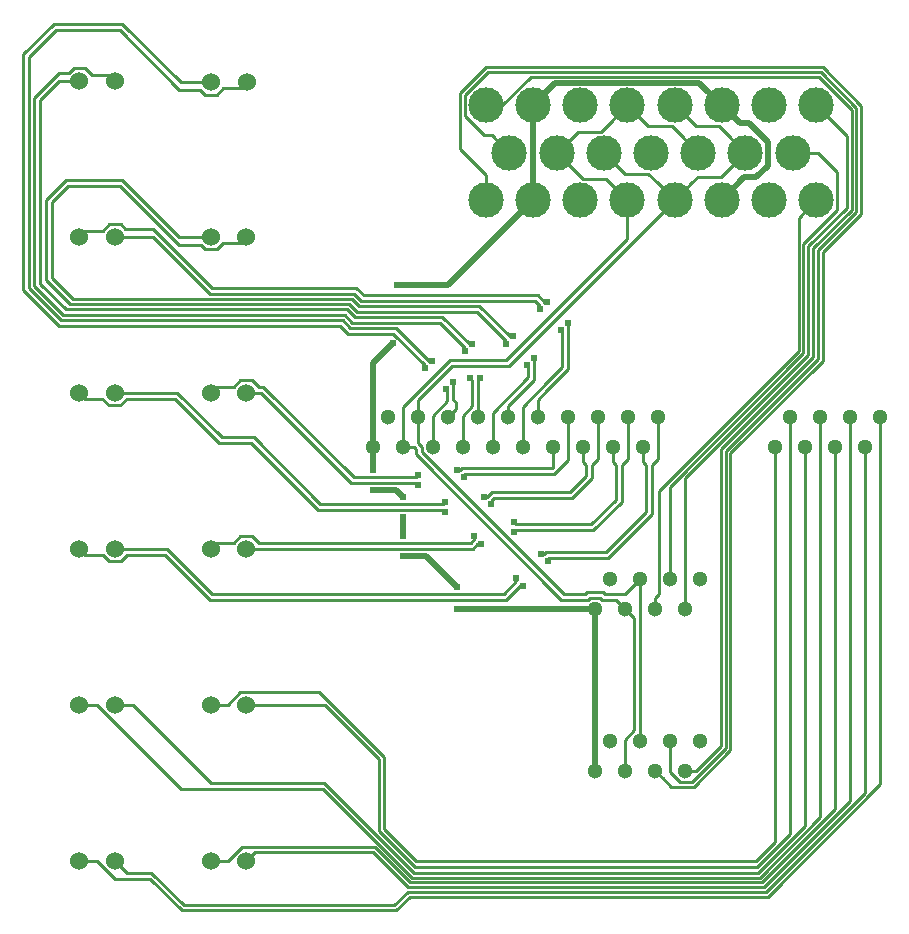
<source format=gbr>
G04 #@! TF.GenerationSoftware,KiCad,Pcbnew,5.1.4-e60b266~84~ubuntu18.04.1*
G04 #@! TF.CreationDate,2019-11-20T23:53:28-05:00*
G04 #@! TF.ProjectId,sensing_module_interface,73656e73-696e-4675-9f6d-6f64756c655f,rev?*
G04 #@! TF.SameCoordinates,Original*
G04 #@! TF.FileFunction,Copper,L1,Top*
G04 #@! TF.FilePolarity,Positive*
%FSLAX46Y46*%
G04 Gerber Fmt 4.6, Leading zero omitted, Abs format (unit mm)*
G04 Created by KiCad (PCBNEW 5.1.4-e60b266~84~ubuntu18.04.1) date 2019-11-20 23:53:28*
%MOMM*%
%LPD*%
G04 APERTURE LIST*
%ADD10C,1.300000*%
%ADD11C,3.000000*%
%ADD12C,1.524000*%
%ADD13C,0.609600*%
%ADD14C,0.508000*%
%ADD15C,0.254000*%
G04 APERTURE END LIST*
D10*
X142748000Y-110236000D03*
X140208000Y-110236000D03*
X137668000Y-110236000D03*
X145288000Y-110236000D03*
X138938000Y-107696000D03*
X141478000Y-107696000D03*
X144018000Y-107696000D03*
X146558000Y-107696000D03*
D11*
X156420000Y-67620000D03*
X132420000Y-67620000D03*
X136420000Y-67620000D03*
X140420000Y-67620000D03*
X144420000Y-67620000D03*
X148420000Y-67620000D03*
X152420000Y-67620000D03*
X134420000Y-71620000D03*
X138420000Y-71620000D03*
X146420000Y-71620000D03*
X142420000Y-71620000D03*
X150420000Y-71620000D03*
X154420000Y-71620000D03*
X156420000Y-75620000D03*
X152420000Y-75620000D03*
X148420000Y-75620000D03*
X140420000Y-75620000D03*
X144420000Y-75620000D03*
X136420000Y-75620000D03*
X132420000Y-75620000D03*
X128420000Y-67620000D03*
X130420000Y-71620000D03*
X128420000Y-75620000D03*
D12*
X105181400Y-65659000D03*
X108178600Y-65659000D03*
X94030800Y-65532000D03*
X97028000Y-65532000D03*
X108153200Y-78740000D03*
X105156000Y-78740000D03*
X97028000Y-78740000D03*
X94030800Y-78740000D03*
X105156000Y-91948000D03*
X108153200Y-91948000D03*
X94005400Y-91948000D03*
X97002600Y-91948000D03*
X108153200Y-105156000D03*
X105156000Y-105156000D03*
X97028000Y-105156000D03*
X94030800Y-105156000D03*
X108153200Y-118364000D03*
X105156000Y-118364000D03*
X97028000Y-118364000D03*
X94030800Y-118364000D03*
X108153200Y-131572000D03*
X105156000Y-131572000D03*
X97028000Y-131572000D03*
X94030800Y-131572000D03*
D10*
X146558000Y-121412000D03*
X144018000Y-121412000D03*
X141478000Y-121412000D03*
X138938000Y-121412000D03*
X145288000Y-123952000D03*
X137668000Y-123952000D03*
X140208000Y-123952000D03*
X142748000Y-123952000D03*
X123952000Y-96520000D03*
X121412000Y-96520000D03*
X118872000Y-96520000D03*
X126492000Y-96520000D03*
X120142000Y-93980000D03*
X122682000Y-93980000D03*
X125222000Y-93980000D03*
X127762000Y-93980000D03*
X129032000Y-96520000D03*
X130302000Y-93980000D03*
X131572000Y-96520000D03*
X132842000Y-93980000D03*
X134112000Y-96520000D03*
X135382000Y-93980000D03*
X136652000Y-96520000D03*
X137922000Y-93980000D03*
X139192000Y-96520000D03*
X140462000Y-93980000D03*
X141732000Y-96520000D03*
X143002000Y-93980000D03*
X157988000Y-96520000D03*
X155448000Y-96520000D03*
X152908000Y-96520000D03*
X160528000Y-96520000D03*
X154178000Y-93980000D03*
X156718000Y-93980000D03*
X159258000Y-93980000D03*
X161798000Y-93980000D03*
D13*
X120904000Y-82804000D03*
X120566717Y-87713283D03*
X118872000Y-98524868D03*
X118872000Y-100197268D03*
X121412000Y-100780314D03*
X121412000Y-102452714D03*
X121412000Y-104067800D03*
X121412000Y-105740200D03*
X125984000Y-108383800D03*
X125984000Y-110236000D03*
X123868717Y-89224887D03*
X125659113Y-91015283D03*
X123260887Y-89832717D03*
X125051283Y-91623113D03*
X126696085Y-88445915D03*
X127078200Y-90674000D03*
X127303915Y-87838085D03*
X127937800Y-90674000D03*
X130709880Y-87183342D03*
X132507269Y-88980731D03*
X130102050Y-87791172D03*
X131899439Y-89588561D03*
X133026696Y-84866526D03*
X134817092Y-86656922D03*
X133634526Y-84258696D03*
X135424922Y-86049092D03*
X122696040Y-99790868D03*
X126571165Y-99080665D03*
X122696040Y-98931268D03*
X125963335Y-98472835D03*
X124951486Y-101186714D03*
X128249335Y-100758835D03*
X124951486Y-102046314D03*
X128857165Y-101366665D03*
X127441571Y-104106599D03*
X130839250Y-102918950D03*
X128049401Y-104714429D03*
X130839250Y-103778550D03*
X131605401Y-108270429D03*
X133683165Y-106192665D03*
X130997571Y-107662599D03*
X133075335Y-105584835D03*
D14*
X132420000Y-75620000D02*
X125236000Y-82804000D01*
X125236000Y-82804000D02*
X120904000Y-82804000D01*
X118872000Y-89408000D02*
X118872000Y-96520000D01*
X120566717Y-87713283D02*
X118872000Y-89408000D01*
X118872000Y-96520000D02*
X118872000Y-98524868D01*
X118872000Y-100197268D02*
X120828954Y-100197268D01*
X120828954Y-100197268D02*
X121412000Y-100780314D01*
X121412000Y-102452714D02*
X121412000Y-104067800D01*
X121412000Y-105740200D02*
X123340400Y-105740200D01*
X123340400Y-105740200D02*
X125984000Y-108383800D01*
X125984000Y-110236000D02*
X137668000Y-110236000D01*
X137668000Y-110236000D02*
X137668000Y-123952000D01*
X132420000Y-75620000D02*
X132420000Y-67620000D01*
X146513599Y-65713599D02*
X146920001Y-66120001D01*
X146920001Y-66120001D02*
X148420000Y-67620000D01*
X134326401Y-65713599D02*
X146513599Y-65713599D01*
X132420000Y-67620000D02*
X134326401Y-65713599D01*
X150741473Y-69119999D02*
X149919999Y-69119999D01*
X152326401Y-70704927D02*
X150741473Y-69119999D01*
X152326401Y-72717599D02*
X152326401Y-70704927D01*
X149919999Y-69119999D02*
X148420000Y-67620000D01*
X151330401Y-73713599D02*
X152326401Y-72717599D01*
X150326401Y-73713599D02*
X151330401Y-73713599D01*
X148420000Y-75620000D02*
X150326401Y-73713599D01*
D15*
X145288000Y-99193500D02*
X145288000Y-110236000D01*
X155732819Y-88748681D02*
X145288000Y-99193500D01*
X159004000Y-76266750D02*
X155732820Y-79537930D01*
X155732820Y-79537930D02*
X155732819Y-88748681D01*
X156420000Y-67620000D02*
X159004000Y-70204000D01*
X159004000Y-70204000D02*
X159004000Y-76266750D01*
X158199401Y-73278081D02*
X158199401Y-76496599D01*
X154420000Y-71620000D02*
X156541320Y-71620000D01*
X156541320Y-71620000D02*
X158199401Y-73278081D01*
X155326411Y-79369589D02*
X155326410Y-88580340D01*
X158199401Y-76496599D02*
X155326411Y-79369589D01*
X144018000Y-99888750D02*
X144018000Y-107696000D01*
X155326410Y-88580340D02*
X144018000Y-99888750D01*
X154920001Y-77119999D02*
X154920001Y-88411999D01*
X156420000Y-75620000D02*
X154920001Y-77119999D01*
X143088599Y-108976163D02*
X142748000Y-109316762D01*
X143088599Y-100243401D02*
X143088599Y-108976163D01*
X142748000Y-109316762D02*
X142748000Y-110236000D01*
X154920001Y-88411999D02*
X143088599Y-100243401D01*
X146207238Y-123952000D02*
X145288000Y-123952000D01*
X156139228Y-88917022D02*
X148336000Y-96720250D01*
X128420000Y-67620000D02*
X129786486Y-67620000D01*
X148336000Y-121823238D02*
X146207238Y-123952000D01*
X129786486Y-67620000D02*
X132226297Y-65180189D01*
X159410409Y-76435091D02*
X156139229Y-79706271D01*
X148336000Y-96720250D02*
X148336000Y-121823238D01*
X156139229Y-79706271D02*
X156139228Y-88917022D01*
X156613703Y-65180189D02*
X159410410Y-67976896D01*
X132226297Y-65180189D02*
X156613703Y-65180189D01*
X159410410Y-67976896D02*
X159410409Y-76435091D01*
X130420000Y-71620000D02*
X128920001Y-70120001D01*
X128920001Y-70120001D02*
X128286487Y-70120001D01*
X144841887Y-124881401D02*
X144018000Y-124057514D01*
X126640599Y-68474113D02*
X126640599Y-66765887D01*
X144018000Y-122331238D02*
X144018000Y-121412000D01*
X126640599Y-66765887D02*
X128632707Y-64773779D01*
X159816819Y-67808557D02*
X159816818Y-76603432D01*
X128286487Y-70120001D02*
X126640599Y-68474113D01*
X144018000Y-124057514D02*
X144018000Y-122331238D01*
X128632707Y-64773779D02*
X156782044Y-64773780D01*
X156782044Y-64773780D02*
X159816819Y-67808557D01*
X156545637Y-89085363D02*
X148742410Y-96888590D01*
X159816818Y-76603432D02*
X156545638Y-79874612D01*
X148742409Y-121991579D02*
X145852587Y-124881401D01*
X156545638Y-79874612D02*
X156545637Y-89085363D01*
X145852587Y-124881401D02*
X144841887Y-124881401D01*
X148742410Y-96888590D02*
X148742409Y-121991579D01*
X143397999Y-124601999D02*
X142748000Y-123952000D01*
X128420000Y-73498680D02*
X126234189Y-71312869D01*
X126234189Y-71312869D02*
X126234190Y-66597546D01*
X156950385Y-64367371D02*
X160223228Y-67640218D01*
X156972000Y-88900000D02*
X156952047Y-88919953D01*
X160223228Y-67640218D02*
X160223227Y-76771773D01*
X128420000Y-75620000D02*
X128420000Y-73498680D01*
X160223227Y-76771773D02*
X156972000Y-80023000D01*
X156972000Y-80023000D02*
X156972000Y-88900000D01*
X128464368Y-64367370D02*
X156950385Y-64367371D01*
X156952047Y-88919953D02*
X156952046Y-89253704D01*
X144083811Y-125287811D02*
X143397999Y-124601999D01*
X156952046Y-89253704D02*
X149148819Y-97056931D01*
X126234190Y-66597546D02*
X128464368Y-64367370D01*
X149148819Y-97056931D02*
X149148818Y-122159920D01*
X149148818Y-122159920D02*
X146020927Y-125287811D01*
X146020927Y-125287811D02*
X144083811Y-125287811D01*
X104681527Y-66700401D02*
X104258754Y-66277628D01*
X105681273Y-66700401D02*
X104681527Y-66700401D01*
X106218674Y-66163000D02*
X105681273Y-66700401D01*
X107674600Y-66163000D02*
X106218674Y-66163000D01*
X108178600Y-65659000D02*
X107674600Y-66163000D01*
X104258754Y-66277628D02*
X102497246Y-66277628D01*
X102497246Y-66277628D02*
X97431618Y-61212000D01*
X97431618Y-61212000D02*
X92052382Y-61212000D01*
X92052382Y-61212000D02*
X89765600Y-63498782D01*
X92480078Y-85791210D02*
X94275592Y-85791210D01*
X89765591Y-83076723D02*
X92480078Y-85791210D01*
X89765600Y-63498782D02*
X89765600Y-66783268D01*
X89765600Y-66783268D02*
X89765590Y-66783278D01*
X89765590Y-66783278D02*
X89765591Y-83076723D01*
X94275592Y-85791210D02*
X94275597Y-85791205D01*
X116974590Y-86430604D02*
X120822986Y-86430604D01*
X116335191Y-85791205D02*
X116974590Y-86430604D01*
X94275597Y-85791205D02*
X116335191Y-85791205D01*
X120822986Y-86430604D02*
X123617269Y-89224887D01*
X123617269Y-89224887D02*
X123868717Y-89224887D01*
X125871999Y-93330001D02*
X125222000Y-93980000D01*
X125871999Y-92747931D02*
X125871999Y-93330001D01*
X125659113Y-92535045D02*
X125871999Y-92747931D01*
X125659113Y-91015283D02*
X125659113Y-92535045D01*
X102591382Y-65659000D02*
X97640382Y-60708000D01*
X105181400Y-65659000D02*
X102591382Y-65659000D01*
X97640382Y-60708000D02*
X91843618Y-60708000D01*
X91843618Y-60708000D02*
X89261600Y-63290018D01*
X89261602Y-83285484D02*
X92271319Y-86295201D01*
X89261600Y-63290018D02*
X89261602Y-83285484D01*
X92271319Y-86295201D02*
X94066819Y-86295201D01*
X94066819Y-86295201D02*
X94066823Y-86295205D01*
X116765831Y-86934595D02*
X120614213Y-86934595D01*
X94066823Y-86295205D02*
X116126441Y-86295205D01*
X116126441Y-86295205D02*
X116765831Y-86934595D01*
X123260887Y-89581269D02*
X123260887Y-89832717D01*
X120614213Y-86934595D02*
X123260887Y-89581269D01*
X123952000Y-95600762D02*
X123952000Y-96520000D01*
X123952000Y-93874486D02*
X123952000Y-95600762D01*
X125155113Y-91726943D02*
X125155113Y-92671373D01*
X125155113Y-92671373D02*
X123952000Y-93874486D01*
X125051283Y-91623113D02*
X125155113Y-91726943D01*
X93530927Y-64490599D02*
X93158954Y-64862572D01*
X94530673Y-64490599D02*
X93530927Y-64490599D01*
X95068074Y-65028000D02*
X94530673Y-64490599D01*
X97028000Y-65532000D02*
X96524000Y-65028000D01*
X96524000Y-65028000D02*
X95068074Y-65028000D01*
X93158954Y-64862572D02*
X92261046Y-64862572D01*
X92261046Y-64862572D02*
X90172000Y-66951618D01*
X90172000Y-66951618D02*
X90172000Y-82908382D01*
X90172000Y-82908382D02*
X92648418Y-85384800D01*
X117142930Y-86024194D02*
X123767812Y-86024194D01*
X92648418Y-85384800D02*
X116503536Y-85384800D01*
X116503536Y-85384800D02*
X117142930Y-86024194D01*
X123767812Y-86024194D02*
X123767816Y-86024198D01*
X123767816Y-86024198D02*
X124525816Y-86024198D01*
X124525816Y-86024198D02*
X126696085Y-88194467D01*
X126696085Y-88194467D02*
X126696085Y-88445915D01*
X126492000Y-93874486D02*
X126492000Y-95600762D01*
X127256000Y-93110486D02*
X126492000Y-93874486D01*
X127256000Y-90851800D02*
X127256000Y-93110486D01*
X126492000Y-95600762D02*
X126492000Y-96520000D01*
X127078200Y-90674000D02*
X127256000Y-90851800D01*
X92304382Y-65532000D02*
X90676000Y-67160382D01*
X94030800Y-65532000D02*
X92304382Y-65532000D01*
X90676000Y-67160382D02*
X90676000Y-82699618D01*
X90676000Y-82699618D02*
X92857182Y-84880800D01*
X117351689Y-85520203D02*
X123976585Y-85520203D01*
X116712286Y-84880800D02*
X117351689Y-85520203D01*
X92857182Y-84880800D02*
X116712286Y-84880800D01*
X123976585Y-85520203D02*
X123976590Y-85520198D01*
X127052467Y-87838085D02*
X127303915Y-87838085D01*
X124734580Y-85520198D02*
X127052467Y-87838085D01*
X123976590Y-85520198D02*
X124734580Y-85520198D01*
X127937800Y-90674000D02*
X127760000Y-90851800D01*
X127760000Y-90851800D02*
X127760000Y-92456000D01*
X127762000Y-92458000D02*
X127760000Y-92456000D01*
X127762000Y-93980000D02*
X127762000Y-92458000D01*
X104656127Y-79781401D02*
X104309554Y-79434828D01*
X105655873Y-79781401D02*
X104656127Y-79781401D01*
X106193274Y-79244000D02*
X105655873Y-79781401D01*
X107649200Y-79244000D02*
X106193274Y-79244000D01*
X108153200Y-78740000D02*
X107649200Y-79244000D01*
X104309554Y-79434828D02*
X102446446Y-79434828D01*
X102446446Y-79434828D02*
X97431618Y-74420000D01*
X97431618Y-74420000D02*
X93068382Y-74420000D01*
X93068382Y-74420000D02*
X91692000Y-75796382D01*
X91692000Y-75796382D02*
X91692000Y-82191618D01*
X91692000Y-82191618D02*
X93470782Y-83970400D01*
X117089386Y-83970400D02*
X117728788Y-84609802D01*
X93470782Y-83970400D02*
X117089386Y-83970400D01*
X117728788Y-84609802D02*
X126114184Y-84609802D01*
X126114184Y-84609802D02*
X126114189Y-84609797D01*
X130458432Y-87183342D02*
X130709880Y-87183342D01*
X127884887Y-84609797D02*
X130458432Y-87183342D01*
X126114189Y-84609797D02*
X127884887Y-84609797D01*
X132507269Y-90861113D02*
X130734191Y-92634191D01*
X132507269Y-88980731D02*
X132507269Y-90861113D01*
X130728571Y-92634191D02*
X130734191Y-92634191D01*
X130302000Y-93060762D02*
X130728571Y-92634191D01*
X130302000Y-93980000D02*
X130302000Y-93060762D01*
X102464382Y-78740000D02*
X97640382Y-73916000D01*
X105156000Y-78740000D02*
X102464382Y-78740000D01*
X97640382Y-73916000D02*
X92859618Y-73916000D01*
X92859618Y-73916000D02*
X91188000Y-75587618D01*
X91188000Y-75587618D02*
X91188000Y-82400382D01*
X91188000Y-82400382D02*
X93262018Y-84474400D01*
X117520029Y-85113793D02*
X125905411Y-85113793D01*
X93262018Y-84474400D02*
X116880636Y-84474400D01*
X116880636Y-84474400D02*
X117520029Y-85113793D01*
X125905411Y-85113793D02*
X125905415Y-85113797D01*
X125905415Y-85113797D02*
X127676123Y-85113797D01*
X127676123Y-85113797D02*
X130102050Y-87539724D01*
X130102050Y-87539724D02*
X130102050Y-87791172D01*
X129032000Y-93623618D02*
X129032000Y-96520000D01*
X132003269Y-90652349D02*
X129032000Y-93623618D01*
X131899439Y-89588561D02*
X132003269Y-89692391D01*
X132003269Y-89692391D02*
X132003269Y-90652349D01*
X133026696Y-84615078D02*
X133026696Y-84866526D01*
X132615010Y-84203392D02*
X133026696Y-84615078D01*
X100227618Y-78740000D02*
X105051618Y-83564000D01*
X97028000Y-78740000D02*
X100227618Y-78740000D01*
X105051618Y-83564000D02*
X117257736Y-83564000D01*
X117897128Y-84203392D02*
X132615010Y-84203392D01*
X117257736Y-83564000D02*
X117897128Y-84203392D01*
X131572000Y-93115618D02*
X131572000Y-96520000D01*
X133707627Y-90979991D02*
X131572000Y-93115618D01*
X134817092Y-86656922D02*
X134920922Y-86760752D01*
X133707627Y-90961738D02*
X133707627Y-90979991D01*
X134920922Y-89748443D02*
X133707627Y-90961738D01*
X134920922Y-86760752D02*
X134920922Y-89748443D01*
X133383078Y-84258696D02*
X133634526Y-84258696D01*
X132823783Y-83699401D02*
X133383078Y-84258696D01*
X105260382Y-83060000D02*
X117466486Y-83060000D01*
X117466486Y-83060000D02*
X118105887Y-83699401D01*
X95990726Y-78236000D02*
X96528127Y-77698599D01*
X97874446Y-78045172D02*
X100245554Y-78045172D01*
X118105887Y-83699401D02*
X132823783Y-83699401D01*
X94030800Y-78740000D02*
X94534800Y-78236000D01*
X94534800Y-78236000D02*
X95990726Y-78236000D01*
X96528127Y-77698599D02*
X97527873Y-77698599D01*
X97527873Y-77698599D02*
X97874446Y-78045172D01*
X100245554Y-78045172D02*
X105260382Y-83060000D01*
X133646922Y-91753460D02*
X133646922Y-91735207D01*
X135424922Y-89957207D02*
X135424922Y-86049092D01*
X133646922Y-91735207D02*
X135424922Y-89957207D01*
X132842000Y-93980000D02*
X132842000Y-92558382D01*
X132842000Y-92558382D02*
X133646922Y-91753460D01*
X108153200Y-91948000D02*
X109371618Y-91948000D01*
X117036686Y-99613068D02*
X122518240Y-99613068D01*
X122518240Y-99613068D02*
X122696040Y-99790868D01*
X109371618Y-91948000D02*
X117036686Y-99613068D01*
X134182750Y-98804000D02*
X135382000Y-97604750D01*
X126596382Y-98804000D02*
X134182750Y-98804000D01*
X126571165Y-98829217D02*
X126596382Y-98804000D01*
X135382000Y-94899238D02*
X135382000Y-93980000D01*
X135382000Y-97604750D02*
X135382000Y-94899238D01*
X126571165Y-99080665D02*
X126571165Y-98829217D01*
X105660000Y-91444000D02*
X107115926Y-91444000D01*
X105156000Y-91948000D02*
X105660000Y-91444000D01*
X107115926Y-91444000D02*
X107653327Y-90906599D01*
X107653327Y-90906599D02*
X108653073Y-90906599D01*
X108653073Y-90906599D02*
X109190474Y-91444000D01*
X109190474Y-91444000D02*
X109580382Y-91444000D01*
X117245450Y-99109068D02*
X122518240Y-99109068D01*
X109580382Y-91444000D02*
X117245450Y-99109068D01*
X122518240Y-99109068D02*
X122696040Y-98931268D01*
X125963335Y-98472835D02*
X126214783Y-98472835D01*
X126214783Y-98472835D02*
X126387618Y-98300000D01*
X126387618Y-98300000D02*
X134112000Y-98300000D01*
X134112000Y-98300000D02*
X134112000Y-96520000D01*
X102296466Y-91948000D02*
X106081067Y-95732601D01*
X97002600Y-91948000D02*
X102296466Y-91948000D01*
X106081067Y-95732601D02*
X108788983Y-95732601D01*
X124773686Y-101364514D02*
X124951486Y-101186714D01*
X108788983Y-95732601D02*
X114420896Y-101364514D01*
X114420896Y-101364514D02*
X124773686Y-101364514D01*
X128249335Y-100758835D02*
X128500783Y-100758835D01*
X128500783Y-100758835D02*
X128927618Y-100332000D01*
X128927618Y-100332000D02*
X135531618Y-100332000D01*
X135531618Y-100332000D02*
X136908000Y-98955618D01*
X136908000Y-98955618D02*
X136908000Y-98044000D01*
X136652000Y-97788000D02*
X136652000Y-96520000D01*
X136908000Y-98044000D02*
X136652000Y-97788000D01*
X105872308Y-96236592D02*
X108580210Y-96236592D01*
X102087716Y-92452000D02*
X105872308Y-96236592D01*
X98039874Y-92452000D02*
X102087716Y-92452000D01*
X96502727Y-92989401D02*
X97502473Y-92989401D01*
X95965326Y-92452000D02*
X96502727Y-92989401D01*
X97502473Y-92989401D02*
X98039874Y-92452000D01*
X94005400Y-91948000D02*
X94509400Y-92452000D01*
X94509400Y-92452000D02*
X95965326Y-92452000D01*
X124773686Y-101868514D02*
X124951486Y-102046314D01*
X114212132Y-101868514D02*
X124773686Y-101868514D01*
X108580210Y-96236592D02*
X114212132Y-101868514D01*
X128857165Y-101115217D02*
X129136382Y-100836000D01*
X128857165Y-101366665D02*
X128857165Y-101115217D01*
X129136382Y-100836000D02*
X135740382Y-100836000D01*
X135740382Y-100836000D02*
X137412000Y-99164382D01*
X137412000Y-99164382D02*
X137412000Y-98044000D01*
X137922000Y-97534000D02*
X137922000Y-93980000D01*
X137412000Y-98044000D02*
X137922000Y-97534000D01*
X127147618Y-104652000D02*
X127441571Y-104358047D01*
X127441571Y-104358047D02*
X127441571Y-104106599D01*
X108653073Y-104114599D02*
X109190474Y-104652000D01*
X109190474Y-104652000D02*
X127147618Y-104652000D01*
X105660000Y-104652000D02*
X107115926Y-104652000D01*
X107115926Y-104652000D02*
X107653327Y-104114599D01*
X105156000Y-105156000D02*
X105660000Y-104652000D01*
X107653327Y-104114599D02*
X108653073Y-104114599D01*
X130839250Y-102918950D02*
X131017050Y-103096750D01*
X131017050Y-103096750D02*
X137338868Y-103096750D01*
X137338868Y-103096750D02*
X139448000Y-100987618D01*
X139448000Y-100987618D02*
X139448000Y-98044000D01*
X139192000Y-97788000D02*
X139192000Y-96520000D01*
X139448000Y-98044000D02*
X139192000Y-97788000D01*
X127842779Y-104714429D02*
X128049401Y-104714429D01*
X127356382Y-105156000D02*
X127724001Y-104788381D01*
X108153200Y-105156000D02*
X127356382Y-105156000D01*
X127724001Y-104788381D02*
X127768827Y-104788381D01*
X127768827Y-104788381D02*
X127842779Y-104714429D01*
X131017050Y-103600750D02*
X137547632Y-103600750D01*
X130839250Y-103778550D02*
X131017050Y-103600750D01*
X137547632Y-103600750D02*
X139952000Y-101196382D01*
X139952000Y-101196382D02*
X139952000Y-98044000D01*
X140462000Y-97534000D02*
X140462000Y-93980000D01*
X139952000Y-98044000D02*
X140462000Y-97534000D01*
X98065274Y-105660000D02*
X101239618Y-105660000D01*
X94030800Y-105156000D02*
X94534800Y-105660000D01*
X94534800Y-105660000D02*
X95990726Y-105660000D01*
X95990726Y-105660000D02*
X96528127Y-106197401D01*
X96528127Y-106197401D02*
X97527873Y-106197401D01*
X97527873Y-106197401D02*
X98065274Y-105660000D01*
X101239618Y-105660000D02*
X105051618Y-109472000D01*
X131353953Y-108270429D02*
X131605401Y-108270429D01*
X130152382Y-109472000D02*
X131353953Y-108270429D01*
X105051618Y-109472000D02*
X130152382Y-109472000D01*
X133683165Y-106192665D02*
X133683165Y-105941217D01*
X133683165Y-105941217D02*
X133708382Y-105916000D01*
X133708382Y-105916000D02*
X138788382Y-105916000D01*
X138788382Y-105916000D02*
X142492000Y-102212382D01*
X142492000Y-102212382D02*
X142492000Y-98044000D01*
X143002000Y-97534000D02*
X143002000Y-93980000D01*
X142492000Y-98044000D02*
X143002000Y-97534000D01*
X97028000Y-105156000D02*
X101448382Y-105156000D01*
X101448382Y-105156000D02*
X105260382Y-108968000D01*
X129943618Y-108968000D02*
X130997571Y-107914047D01*
X105260382Y-108968000D02*
X129943618Y-108968000D01*
X130997571Y-107914047D02*
X130997571Y-107662599D01*
X133075335Y-105584835D02*
X133326783Y-105584835D01*
X133326783Y-105584835D02*
X133499618Y-105412000D01*
X133499618Y-105412000D02*
X138579618Y-105412000D01*
X138579618Y-105412000D02*
X141988000Y-102003618D01*
X141988000Y-102003618D02*
X141988000Y-98044000D01*
X141732000Y-97788000D02*
X141732000Y-96520000D01*
X141988000Y-98044000D02*
X141732000Y-97788000D01*
X152908000Y-129981250D02*
X152908000Y-103124000D01*
X151317250Y-131572000D02*
X152908000Y-129981250D01*
X122494750Y-131572000D02*
X151317250Y-131572000D01*
X152908000Y-103124000D02*
X152908000Y-96520000D01*
X119786410Y-128863660D02*
X122494750Y-131572000D01*
X119786410Y-122767660D02*
X119786410Y-128863660D01*
X107661301Y-117314625D02*
X114333375Y-117314625D01*
X106611926Y-118364000D02*
X107661301Y-117314625D01*
X105156000Y-118364000D02*
X106611926Y-118364000D01*
X114333375Y-117314625D02*
X119786410Y-122767660D01*
X108153200Y-118364000D02*
X114808000Y-118364000D01*
X114808000Y-118364000D02*
X119380000Y-122936000D01*
X119380000Y-122936000D02*
X119380000Y-129032000D01*
X119380000Y-129032000D02*
X122428000Y-132080000D01*
X122428000Y-132080000D02*
X151384000Y-132080000D01*
X154178000Y-129286000D02*
X154178000Y-93980000D01*
X151384000Y-132080000D02*
X154178000Y-129286000D01*
X156718000Y-94899238D02*
X156718000Y-93980000D01*
X156718000Y-127895500D02*
X156718000Y-94899238D01*
X94030800Y-118364000D02*
X95486726Y-118364000D01*
X102598726Y-125476000D02*
X114674500Y-125476000D01*
X114674500Y-125476000D02*
X122192910Y-132994410D01*
X122192910Y-132994410D02*
X151619091Y-132994409D01*
X95486726Y-118364000D02*
X102598726Y-125476000D01*
X151619091Y-132994409D02*
X156718000Y-127895500D01*
X97028000Y-118364000D02*
X98552000Y-118364000D01*
X98552000Y-118364000D02*
X105156000Y-124968000D01*
X114741250Y-124968000D02*
X122361250Y-132588000D01*
X105156000Y-124968000D02*
X114741250Y-124968000D01*
X155448000Y-97439238D02*
X155448000Y-96520000D01*
X155448000Y-128590750D02*
X155448000Y-97439238D01*
X151450750Y-132588000D02*
X155448000Y-128590750D01*
X122361250Y-132588000D02*
X151450750Y-132588000D01*
X157988000Y-97439238D02*
X157988000Y-96520000D01*
X157988000Y-127200250D02*
X157988000Y-97439238D01*
X106611926Y-131572000D02*
X107780335Y-130403591D01*
X105156000Y-131572000D02*
X106611926Y-131572000D01*
X119027344Y-130403592D02*
X122024571Y-133400819D01*
X122024571Y-133400819D02*
X151787432Y-133400818D01*
X107780335Y-130403591D02*
X119027344Y-130403592D01*
X151787432Y-133400818D02*
X157988000Y-127200250D01*
X159258000Y-94899238D02*
X159258000Y-93980000D01*
X108153200Y-131572000D02*
X108915199Y-130810001D01*
X159258000Y-126505000D02*
X159258000Y-94899238D01*
X118859003Y-130810001D02*
X121856232Y-133807228D01*
X121856232Y-133807228D02*
X151955773Y-133807227D01*
X108915199Y-130810001D02*
X118859003Y-130810001D01*
X151955773Y-133807227D02*
X159258000Y-126505000D01*
X152292455Y-134620045D02*
X161798000Y-125114500D01*
X121986704Y-134620046D02*
X152292455Y-134620045D01*
X161798000Y-94899238D02*
X161798000Y-93980000D01*
X94030800Y-131572000D02*
X95486726Y-131572000D01*
X161798000Y-125114500D02*
X161798000Y-94899238D01*
X95486726Y-131572000D02*
X97010726Y-133096000D01*
X97010726Y-133096000D02*
X100009250Y-133096000D01*
X102676261Y-135763011D02*
X120843740Y-135763010D01*
X100009250Y-133096000D02*
X102676261Y-135763011D01*
X120843740Y-135763010D02*
X121986704Y-134620046D01*
X98069401Y-132613401D02*
X100101401Y-132613401D01*
X97028000Y-131572000D02*
X98069401Y-132613401D01*
X102844601Y-135356601D02*
X120675399Y-135356601D01*
X100101401Y-132613401D02*
X102844601Y-135356601D01*
X160528000Y-97439238D02*
X160528000Y-96520000D01*
X160528000Y-125809750D02*
X160528000Y-97439238D01*
X152124114Y-134213636D02*
X160528000Y-125809750D01*
X121818364Y-134213636D02*
X152124114Y-134213636D01*
X120675399Y-135356601D02*
X121818364Y-134213636D01*
X135919999Y-73119999D02*
X134420000Y-71620000D01*
X136640599Y-73840599D02*
X135919999Y-73119999D01*
X138640599Y-73840599D02*
X136640599Y-73840599D01*
X140420000Y-75620000D02*
X138640599Y-73840599D01*
X138920001Y-69119999D02*
X140420000Y-67620000D01*
X138199401Y-69840599D02*
X138920001Y-69119999D01*
X136199401Y-69840599D02*
X138199401Y-69840599D01*
X134420000Y-71620000D02*
X136199401Y-69840599D01*
X144199401Y-69399401D02*
X144920001Y-70120001D01*
X144920001Y-70120001D02*
X146420000Y-71620000D01*
X142199401Y-69399401D02*
X144199401Y-69399401D01*
X140420000Y-67620000D02*
X142199401Y-69399401D01*
X125371618Y-89156000D02*
X121412000Y-93115618D01*
X130171236Y-89156000D02*
X125371618Y-89156000D01*
X140420000Y-75620000D02*
X140420000Y-78907236D01*
X121412000Y-93115618D02*
X121412000Y-96520000D01*
X140420000Y-78907236D02*
X130171236Y-89156000D01*
X139444000Y-109472000D02*
X140208000Y-110236000D01*
X138114113Y-109306599D02*
X138279514Y-109472000D01*
X137221887Y-109306599D02*
X138114113Y-109306599D01*
X122325618Y-96520000D02*
X122518608Y-96712990D01*
X121412000Y-96520000D02*
X122325618Y-96520000D01*
X122518608Y-97174872D02*
X134815736Y-109472000D01*
X134815736Y-109472000D02*
X137056486Y-109472000D01*
X138279514Y-109472000D02*
X139444000Y-109472000D01*
X122518608Y-96712990D02*
X122518608Y-97174872D01*
X137056486Y-109472000D02*
X137221887Y-109306599D01*
X140208000Y-123032762D02*
X140208000Y-123952000D01*
X140208000Y-121306486D02*
X140208000Y-123032762D01*
X140974000Y-120540486D02*
X140208000Y-121306486D01*
X140974000Y-111002000D02*
X140974000Y-120540486D01*
X140208000Y-110236000D02*
X140974000Y-111002000D01*
X148920001Y-70120001D02*
X150420000Y-71620000D01*
X148199401Y-69399401D02*
X148920001Y-70120001D01*
X146199401Y-69399401D02*
X148199401Y-69399401D01*
X144420000Y-67620000D02*
X146199401Y-69399401D01*
X145919999Y-74120001D02*
X144420000Y-75620000D01*
X146380000Y-73660000D02*
X145919999Y-74120001D01*
X148380000Y-73660000D02*
X146380000Y-73660000D01*
X150420000Y-71620000D02*
X148380000Y-73660000D01*
X142920001Y-74120001D02*
X144420000Y-75620000D01*
X142199401Y-73399401D02*
X142920001Y-74120001D01*
X140199401Y-73399401D02*
X142199401Y-73399401D01*
X138420000Y-71620000D02*
X140199401Y-73399401D01*
X122682000Y-92558382D02*
X122682000Y-93980000D01*
X144420000Y-75620000D02*
X130380000Y-89660000D01*
X125580382Y-89660000D02*
X122682000Y-92558382D01*
X130380000Y-89660000D02*
X125580382Y-89660000D01*
X138488264Y-108968000D02*
X140206000Y-108968000D01*
X137013128Y-108802608D02*
X138322872Y-108802608D01*
X140206000Y-108968000D02*
X141478000Y-107696000D01*
X138322872Y-108802608D02*
X138488264Y-108968000D01*
X122682000Y-93980000D02*
X122682000Y-96163618D01*
X123022599Y-96504217D02*
X123022599Y-96966113D01*
X136847736Y-108968000D02*
X137013128Y-108802608D01*
X122682000Y-96163618D02*
X123022599Y-96504217D01*
X123022599Y-96966113D02*
X135024486Y-108968000D01*
X135024486Y-108968000D02*
X136847736Y-108968000D01*
X141478000Y-118974382D02*
X141478000Y-121412000D01*
X141478000Y-107696000D02*
X141478000Y-118974382D01*
M02*

</source>
